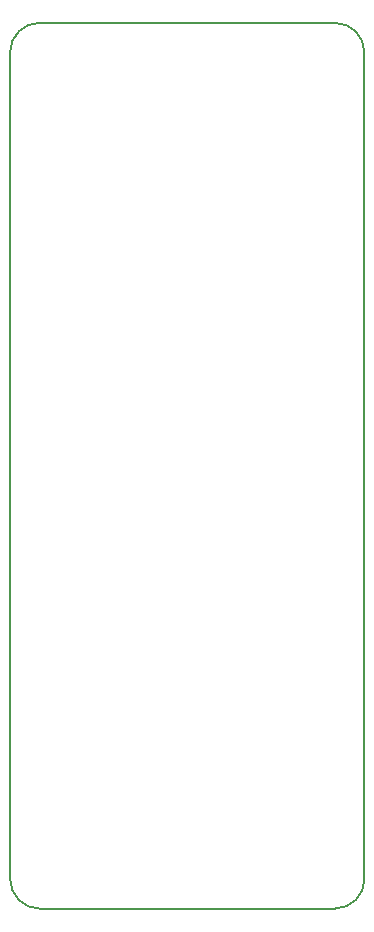
<source format=gm1>
G04 #@! TF.GenerationSoftware,KiCad,Pcbnew,(2018-01-30 revision 342197bb3)-makepkg*
G04 #@! TF.CreationDate,2018-02-10T00:50:17-05:00*
G04 #@! TF.ProjectId,DayClock Circuit,446179436C6F636B2043697263756974,rev?*
G04 #@! TF.SameCoordinates,Original*
G04 #@! TF.FileFunction,Profile,NP*
%FSLAX46Y46*%
G04 Gerber Fmt 4.6, Leading zero omitted, Abs format (unit mm)*
G04 Created by KiCad (PCBNEW (2018-01-30 revision 342197bb3)-makepkg) date 02/10/18 00:50:17*
%MOMM*%
%LPD*%
G01*
G04 APERTURE LIST*
%ADD10C,0.200000*%
G04 APERTURE END LIST*
D10*
X0Y-72500000D02*
X0Y-2500000D01*
X27500000Y-75000000D02*
X2500000Y-75000000D01*
X30000000Y-72500000D02*
X30000000Y-2500000D01*
X30000000Y-72500000D02*
G75*
G02X27500000Y-75000000I-2500000J0D01*
G01*
X2500000Y0D02*
X27500000Y0D01*
X27500000Y0D02*
G75*
G02X30000000Y-2500000I0J-2500000D01*
G01*
X0Y-2500000D02*
G75*
G02X2500000Y0I2500000J0D01*
G01*
X2500000Y-75000000D02*
G75*
G02X0Y-72500000I0J2500000D01*
G01*
M02*

</source>
